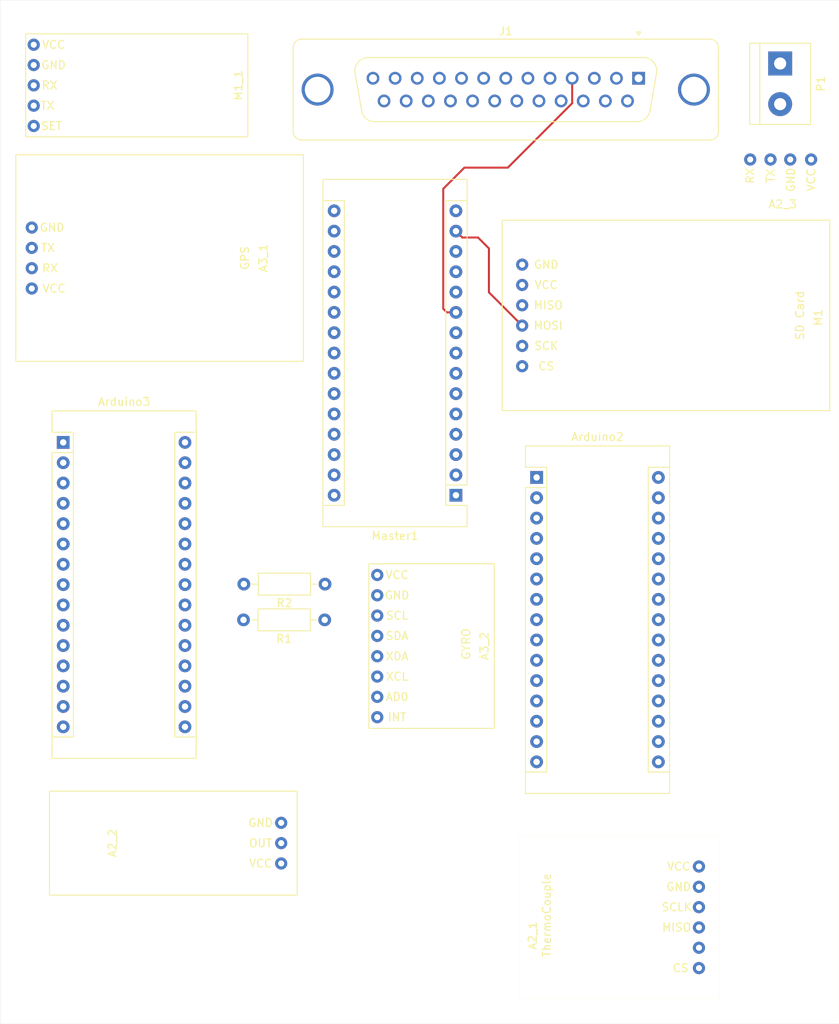
<source format=kicad_pcb>
(kicad_pcb (version 20171130) (host pcbnew "(5.1.0)-1")

  (general
    (thickness 1.6)
    (drawings 4)
    (tracks 13)
    (zones 0)
    (modules 14)
    (nets 104)
  )

  (page A4)
  (layers
    (0 F.Cu signal)
    (31 B.Cu signal)
    (33 F.Adhes user)
    (35 F.Paste user)
    (37 F.SilkS user)
    (39 F.Mask user hide)
    (40 Dwgs.User user)
    (41 Cmts.User user)
    (42 Eco1.User user)
    (43 Eco2.User user)
    (44 Edge.Cuts user)
    (45 Margin user)
    (46 B.CrtYd user)
    (47 F.CrtYd user)
    (49 F.Fab user)
  )

  (setup
    (last_trace_width 0.25)
    (user_trace_width 0.762)
    (trace_clearance 0.2)
    (zone_clearance 0.508)
    (zone_45_only no)
    (trace_min 0.2)
    (via_size 0.8)
    (via_drill 0.4)
    (via_min_size 0.4)
    (via_min_drill 0.3)
    (uvia_size 0.3)
    (uvia_drill 0.1)
    (uvias_allowed no)
    (uvia_min_size 0.3)
    (uvia_min_drill 0.1)
    (edge_width 0.05)
    (segment_width 0.2)
    (pcb_text_width 0.3)
    (pcb_text_size 1.5 1.5)
    (mod_edge_width 0.12)
    (mod_text_size 1 1)
    (mod_text_width 0.15)
    (pad_size 4 4)
    (pad_drill 3.2)
    (pad_to_mask_clearance 0.051)
    (solder_mask_min_width 0.25)
    (aux_axis_origin 0 0)
    (visible_elements 7FFDFFFF)
    (pcbplotparams
      (layerselection 0x010a8_ffffffff)
      (usegerberextensions false)
      (usegerberattributes false)
      (usegerberadvancedattributes false)
      (creategerberjobfile false)
      (excludeedgelayer true)
      (linewidth 0.100000)
      (plotframeref false)
      (viasonmask false)
      (mode 1)
      (useauxorigin false)
      (hpglpennumber 1)
      (hpglpenspeed 20)
      (hpglpendiameter 15.000000)
      (psnegative false)
      (psa4output false)
      (plotreference true)
      (plotvalue true)
      (plotinvisibletext false)
      (padsonsilk false)
      (subtractmaskfromsilk false)
      (outputformat 1)
      (mirror false)
      (drillshape 0)
      (scaleselection 1)
      (outputdirectory "To Print/PCB1/"))
  )

  (net 0 "")
  (net 1 /3.3V)
  (net 2 /SCLK)
  (net 3 /MISO)
  (net 4 "Net-(A2_1-Pad5)")
  (net 5 /CS)
  (net 6 /OUT)
  (net 7 /RX)
  (net 8 /TX)
  (net 9 /SDA)
  (net 10 /SCL)
  (net 11 "Net-(A3_2-Pad5)")
  (net 12 "Net-(A3_2-Pad6)")
  (net 13 "Net-(Arduino2-Pad1)")
  (net 14 "Net-(Arduino2-Pad17)")
  (net 15 "Net-(Arduino2-Pad2)")
  (net 16 "Net-(Arduino2-Pad18)")
  (net 17 "Net-(Arduino2-Pad3)")
  (net 18 "Net-(Arduino2-Pad19)")
  (net 19 "Net-(Arduino2-Pad5)")
  (net 20 "Net-(Arduino2-Pad21)")
  (net 21 "Net-(Arduino2-Pad6)")
  (net 22 "Net-(Arduino2-Pad22)")
  (net 23 "Net-(Arduino2-Pad9)")
  (net 24 "Net-(Arduino2-Pad25)")
  (net 25 "Net-(Arduino2-Pad10)")
  (net 26 "Net-(Arduino2-Pad26)")
  (net 27 "Net-(Arduino2-Pad11)")
  (net 28 "Net-(Arduino2-Pad27)")
  (net 29 "Net-(Arduino2-Pad12)")
  (net 30 "Net-(Arduino2-Pad28)")
  (net 31 "Net-(Arduino2-Pad29)")
  (net 32 "Net-(Arduino2-Pad14)")
  (net 33 "Net-(Arduino2-Pad15)")
  (net 34 "Net-(Arduino2-Pad16)")
  (net 35 "Net-(Arduino3-Pad1)")
  (net 36 "Net-(Arduino3-Pad17)")
  (net 37 "Net-(Arduino3-Pad2)")
  (net 38 "Net-(Arduino3-Pad18)")
  (net 39 "Net-(Arduino3-Pad3)")
  (net 40 "Net-(Arduino3-Pad19)")
  (net 41 "Net-(Arduino3-Pad20)")
  (net 42 "Net-(Arduino3-Pad5)")
  (net 43 "Net-(Arduino3-Pad21)")
  (net 44 "Net-(Arduino3-Pad22)")
  (net 45 "Net-(Arduino3-Pad8)")
  (net 46 "Net-(Arduino3-Pad9)")
  (net 47 "Net-(Arduino3-Pad25)")
  (net 48 "Net-(Arduino3-Pad10)")
  (net 49 "Net-(Arduino3-Pad26)")
  (net 50 "Net-(Arduino3-Pad11)")
  (net 51 "Net-(Arduino3-Pad27)")
  (net 52 "Net-(Arduino3-Pad12)")
  (net 53 "Net-(Arduino3-Pad28)")
  (net 54 "Net-(Arduino3-Pad13)")
  (net 55 "Net-(Arduino3-Pad29)")
  (net 56 "Net-(Arduino3-Pad14)")
  (net 57 "Net-(Arduino3-Pad15)")
  (net 58 "Net-(Arduino3-Pad16)")
  (net 59 "Net-(J1-Pad1)")
  (net 60 "Net-(J1-Pad2)")
  (net 61 "Net-(J1-Pad3)")
  (net 62 "Net-(J1-Pad4)")
  (net 63 "Net-(J1-Pad5)")
  (net 64 "Net-(J1-Pad6)")
  (net 65 "Net-(J1-Pad7)")
  (net 66 "Net-(J1-Pad8)")
  (net 67 "Net-(J1-Pad9)")
  (net 68 "Net-(J1-Pad10)")
  (net 69 "Net-(J1-Pad11)")
  (net 70 "Net-(J1-Pad14)")
  (net 71 "Net-(J1-Pad15)")
  (net 72 "Net-(J1-Pad16)")
  (net 73 "Net-(J1-Pad17)")
  (net 74 "Net-(J1-Pad18)")
  (net 75 "Net-(J1-Pad19)")
  (net 76 "Net-(J1-Pad20)")
  (net 77 "Net-(J1-Pad21)")
  (net 78 "Net-(J1-Pad22)")
  (net 79 "Net-(J1-Pad23)")
  (net 80 "Net-(J1-Pad24)")
  (net 81 /MOSI)
  (net 82 /SCK)
  (net 83 "Net-(M1_1-Pad5)")
  (net 84 "Net-(Master1-Pad29)")
  (net 85 "Net-(Master1-Pad28)")
  (net 86 "Net-(Master1-Pad12)")
  (net 87 "Net-(Master1-Pad27)")
  (net 88 "Net-(Master1-Pad26)")
  (net 89 "Net-(Master1-Pad25)")
  (net 90 "Net-(Master1-Pad24)")
  (net 91 "Net-(Master1-Pad23)")
  (net 92 "Net-(Master1-Pad3)")
  (net 93 "Net-(Master1-Pad18)")
  (net 94 "Net-(Master1-Pad17)")
  (net 95 /CS_)
  (net 96 /MISO_)
  (net 97 /TX_3)
  (net 98 /RX_3)
  (net 99 /GND)
  (net 100 "Net-(M1_1-Pad3)")
  (net 101 "Net-(M1_1-Pad4)")
  (net 102 "Net-(Master1-Pad22)")
  (net 103 "Net-(Master1-Pad21)")

  (net_class Default "This is the default net class."
    (clearance 0.2)
    (trace_width 0.25)
    (via_dia 0.8)
    (via_drill 0.4)
    (uvia_dia 0.3)
    (uvia_drill 0.1)
    (add_net /3.3V)
    (add_net /CS)
    (add_net /CS_)
    (add_net /GND)
    (add_net /MISO)
    (add_net /MISO_)
    (add_net /MOSI)
    (add_net /OUT)
    (add_net /RX)
    (add_net /RX_3)
    (add_net /SCK)
    (add_net /SCL)
    (add_net /SCLK)
    (add_net /SDA)
    (add_net /TX)
    (add_net /TX_3)
    (add_net "Net-(A2_1-Pad5)")
    (add_net "Net-(A3_2-Pad5)")
    (add_net "Net-(A3_2-Pad6)")
    (add_net "Net-(Arduino2-Pad1)")
    (add_net "Net-(Arduino2-Pad10)")
    (add_net "Net-(Arduino2-Pad11)")
    (add_net "Net-(Arduino2-Pad12)")
    (add_net "Net-(Arduino2-Pad14)")
    (add_net "Net-(Arduino2-Pad15)")
    (add_net "Net-(Arduino2-Pad16)")
    (add_net "Net-(Arduino2-Pad17)")
    (add_net "Net-(Arduino2-Pad18)")
    (add_net "Net-(Arduino2-Pad19)")
    (add_net "Net-(Arduino2-Pad2)")
    (add_net "Net-(Arduino2-Pad21)")
    (add_net "Net-(Arduino2-Pad22)")
    (add_net "Net-(Arduino2-Pad25)")
    (add_net "Net-(Arduino2-Pad26)")
    (add_net "Net-(Arduino2-Pad27)")
    (add_net "Net-(Arduino2-Pad28)")
    (add_net "Net-(Arduino2-Pad29)")
    (add_net "Net-(Arduino2-Pad3)")
    (add_net "Net-(Arduino2-Pad5)")
    (add_net "Net-(Arduino2-Pad6)")
    (add_net "Net-(Arduino2-Pad9)")
    (add_net "Net-(Arduino3-Pad1)")
    (add_net "Net-(Arduino3-Pad10)")
    (add_net "Net-(Arduino3-Pad11)")
    (add_net "Net-(Arduino3-Pad12)")
    (add_net "Net-(Arduino3-Pad13)")
    (add_net "Net-(Arduino3-Pad14)")
    (add_net "Net-(Arduino3-Pad15)")
    (add_net "Net-(Arduino3-Pad16)")
    (add_net "Net-(Arduino3-Pad17)")
    (add_net "Net-(Arduino3-Pad18)")
    (add_net "Net-(Arduino3-Pad19)")
    (add_net "Net-(Arduino3-Pad2)")
    (add_net "Net-(Arduino3-Pad20)")
    (add_net "Net-(Arduino3-Pad21)")
    (add_net "Net-(Arduino3-Pad22)")
    (add_net "Net-(Arduino3-Pad25)")
    (add_net "Net-(Arduino3-Pad26)")
    (add_net "Net-(Arduino3-Pad27)")
    (add_net "Net-(Arduino3-Pad28)")
    (add_net "Net-(Arduino3-Pad29)")
    (add_net "Net-(Arduino3-Pad3)")
    (add_net "Net-(Arduino3-Pad5)")
    (add_net "Net-(Arduino3-Pad8)")
    (add_net "Net-(Arduino3-Pad9)")
    (add_net "Net-(J1-Pad1)")
    (add_net "Net-(J1-Pad10)")
    (add_net "Net-(J1-Pad11)")
    (add_net "Net-(J1-Pad14)")
    (add_net "Net-(J1-Pad15)")
    (add_net "Net-(J1-Pad16)")
    (add_net "Net-(J1-Pad17)")
    (add_net "Net-(J1-Pad18)")
    (add_net "Net-(J1-Pad19)")
    (add_net "Net-(J1-Pad2)")
    (add_net "Net-(J1-Pad20)")
    (add_net "Net-(J1-Pad21)")
    (add_net "Net-(J1-Pad22)")
    (add_net "Net-(J1-Pad23)")
    (add_net "Net-(J1-Pad24)")
    (add_net "Net-(J1-Pad3)")
    (add_net "Net-(J1-Pad4)")
    (add_net "Net-(J1-Pad5)")
    (add_net "Net-(J1-Pad6)")
    (add_net "Net-(J1-Pad7)")
    (add_net "Net-(J1-Pad8)")
    (add_net "Net-(J1-Pad9)")
    (add_net "Net-(M1_1-Pad3)")
    (add_net "Net-(M1_1-Pad4)")
    (add_net "Net-(M1_1-Pad5)")
    (add_net "Net-(Master1-Pad12)")
    (add_net "Net-(Master1-Pad17)")
    (add_net "Net-(Master1-Pad18)")
    (add_net "Net-(Master1-Pad21)")
    (add_net "Net-(Master1-Pad22)")
    (add_net "Net-(Master1-Pad23)")
    (add_net "Net-(Master1-Pad24)")
    (add_net "Net-(Master1-Pad25)")
    (add_net "Net-(Master1-Pad26)")
    (add_net "Net-(Master1-Pad27)")
    (add_net "Net-(Master1-Pad28)")
    (add_net "Net-(Master1-Pad29)")
    (add_net "Net-(Master1-Pad3)")
  )

  (module Eco-PCB-Sensor-Footprints:PMOD_TC1_Thermocouple (layer F.Cu) (tedit 5CD007BB) (tstamp 5CF03ABE)
    (at 150.495 137.795 90)
    (path /5CAA7969)
    (fp_text reference A2_1 (at 0.254 -17.018 90) (layer F.SilkS)
      (effects (font (size 1 1) (thickness 0.15)))
    )
    (fp_text value ThermoCouple (at 2.794 -15.24 90) (layer F.SilkS)
      (effects (font (size 1 1) (thickness 0.15)))
    )
    (fp_line (start 12.7 6.35) (end 12.7 -18.6436) (layer F.SilkS) (width 0.01))
    (fp_line (start -7.62 6.35) (end -7.62 -18.6436) (layer F.SilkS) (width 0.01))
    (fp_line (start -7.62 6.35) (end 12.7 6.35) (layer F.SilkS) (width 0.01))
    (fp_line (start -7.62 -18.6436) (end 12.7 -18.6436) (layer F.SilkS) (width 0.01))
    (fp_text user VCC (at 8.89 1.27 180) (layer F.SilkS)
      (effects (font (size 1 1) (thickness 0.15)))
    )
    (fp_text user GND (at 6.35 1.27 180) (layer F.SilkS)
      (effects (font (size 1 1) (thickness 0.15)))
    )
    (fp_text user SCLK (at 3.81 1.016 180) (layer F.SilkS)
      (effects (font (size 1 1) (thickness 0.15)))
    )
    (fp_text user MISO (at 1.27 1.016 180) (layer F.SilkS)
      (effects (font (size 1 1) (thickness 0.15)))
    )
    (fp_text user CS (at -3.81 1.524 180) (layer F.SilkS)
      (effects (font (size 1 1) (thickness 0.15)))
    )
    (pad 1 thru_hole circle (at -3.81 3.81 90) (size 1.524 1.524) (drill 0.762) (layers *.Cu *.Mask)
      (net 1 /3.3V))
    (pad 2 thru_hole circle (at -1.27 3.81 90) (size 1.524 1.524) (drill 0.762) (layers *.Cu *.Mask)
      (net 99 /GND))
    (pad 3 thru_hole circle (at 1.27 3.81 90) (size 1.524 1.524) (drill 0.762) (layers *.Cu *.Mask)
      (net 2 /SCLK))
    (pad 4 thru_hole circle (at 3.81 3.81 90) (size 1.524 1.524) (drill 0.762) (layers *.Cu *.Mask)
      (net 3 /MISO))
    (pad 5 thru_hole circle (at 6.35 3.81 90) (size 1.524 1.524) (drill 0.762) (layers *.Cu *.Mask)
      (net 4 "Net-(A2_1-Pad5)"))
    (pad 6 thru_hole circle (at 8.89 3.81 90) (size 1.524 1.524) (drill 0.762) (layers *.Cu *.Mask)
      (net 5 /CS))
  )

  (module Eco-PCB-Sensor-Footprints:Current-Sensor (layer F.Cu) (tedit 5CD19194) (tstamp 5CF03ACC)
    (at 88.519 125.984 90)
    (path /5CA8F0C8)
    (fp_text reference A2_2 (at 0 -7.62 90) (layer F.SilkS)
      (effects (font (size 1 1) (thickness 0.15)))
    )
    (fp_text value "Current Sensor" (at 0 -5.588 90) (layer F.Fab)
      (effects (font (size 1 1) (thickness 0.15)))
    )
    (fp_line (start 6.5 15.5) (end -6.5 15.5) (layer F.SilkS) (width 0.12))
    (fp_line (start 6.5 -15.5) (end -6.5 -15.5) (layer F.SilkS) (width 0.12))
    (fp_line (start -6.5 15.5) (end -6.5 -15.5) (layer F.SilkS) (width 0.12))
    (fp_line (start 6.5 15.5) (end 6.5 -15.5) (layer F.SilkS) (width 0.12))
    (fp_text user VCC (at -2.54 10.922 180) (layer F.SilkS)
      (effects (font (size 1 1) (thickness 0.15)))
    )
    (fp_text user OUT (at 0 10.922 180) (layer F.SilkS)
      (effects (font (size 1 1) (thickness 0.15)))
    )
    (fp_text user GND (at 2.54 10.922 180) (layer F.SilkS)
      (effects (font (size 1 1) (thickness 0.15)))
    )
    (pad 2 thru_hole circle (at 0 13.5 90) (size 1.524 1.524) (drill 0.762) (layers *.Cu *.Mask)
      (net 6 /OUT))
    (pad 1 thru_hole circle (at -2.54 13.5 90) (size 1.524 1.524) (drill 0.762) (layers *.Cu *.Mask)
      (net 1 /3.3V))
    (pad 3 thru_hole circle (at 2.54 13.5 90) (size 1.524 1.524) (drill 0.762) (layers *.Cu *.Mask)
      (net 99 /GND))
  )

  (module Eco-PCB-Sensor-Footprints:BMS_Serial_Pins (layer F.Cu) (tedit 5CD45978) (tstamp 5CF03AD8)
    (at 164.5285 40.513 180)
    (path /5CE68E32)
    (fp_text reference A2_3 (at -0.254 -5.588 180) (layer F.SilkS)
      (effects (font (size 1 1) (thickness 0.15)))
    )
    (fp_text value "BMS Serial Pins" (at 0 2.032 180) (layer F.Fab)
      (effects (font (size 1 1) (thickness 0.15)))
    )
    (fp_text user VCC (at -3.81 -2.54 270) (layer F.SilkS)
      (effects (font (size 1 1) (thickness 0.15)))
    )
    (fp_text user GND (at -1.27 -2.54 270) (layer F.SilkS)
      (effects (font (size 1 1) (thickness 0.15)))
    )
    (fp_text user TX (at 1.27 -2.032 270) (layer F.SilkS)
      (effects (font (size 1 1) (thickness 0.15)))
    )
    (fp_text user RX (at 3.81 -2.032 270) (layer F.SilkS)
      (effects (font (size 1 1) (thickness 0.15)))
    )
    (pad 1 thru_hole circle (at -3.81 0 180) (size 1.524 1.524) (drill 0.762) (layers *.Cu *.Mask)
      (net 1 /3.3V))
    (pad 2 thru_hole circle (at -1.2 0 180) (size 1.524 1.524) (drill 0.762) (layers *.Cu *.Mask)
      (net 99 /GND))
    (pad 3 thru_hole circle (at 1.27 0 180) (size 1.524 1.524) (drill 0.762) (layers *.Cu *.Mask)
      (net 8 /TX))
    (pad 4 thru_hole circle (at 3.81 0 180) (size 1.524 1.524) (drill 0.762) (layers *.Cu *.Mask)
      (net 7 /RX))
  )

  (module Eco-PCB-Sensor-Footprints:GPS (layer F.Cu) (tedit 5CD18D1C) (tstamp 5CF03AE8)
    (at 86.8045 52.832 270)
    (path /5CB6516B)
    (fp_text reference A3_1 (at 0 -12.954 270) (layer F.SilkS)
      (effects (font (size 1 1) (thickness 0.15)))
    )
    (fp_text value GPS (at 0 -10.668 270) (layer F.SilkS)
      (effects (font (size 1 1) (thickness 0.15)))
    )
    (fp_line (start -12.91 18) (end 12.91 18) (layer F.SilkS) (width 0.12))
    (fp_line (start -12.91 -18) (end 12.91 -18) (layer F.SilkS) (width 0.12))
    (fp_line (start -12.91 -18) (end -12.91 18) (layer F.SilkS) (width 0.12))
    (fp_line (start 12.91 18) (end 12.91 -18) (layer F.SilkS) (width 0.12))
    (fp_text user VCC (at 3.81 13.208) (layer F.SilkS)
      (effects (font (size 1 1) (thickness 0.15)))
    )
    (fp_text user RX (at 1.27 13.716) (layer F.SilkS)
      (effects (font (size 1 1) (thickness 0.15)))
    )
    (fp_text user TX (at -1.27 13.97) (layer F.SilkS)
      (effects (font (size 1 1) (thickness 0.15)))
    )
    (fp_text user GND (at -3.81 13.462) (layer F.SilkS)
      (effects (font (size 1 1) (thickness 0.15)))
    )
    (pad 1 thru_hole circle (at -3.81 16 270) (size 1.524 1.524) (drill 0.762) (layers *.Cu *.Mask)
      (net 99 /GND))
    (pad 2 thru_hole circle (at -1.27 16 270) (size 1.524 1.524) (drill 0.762) (layers *.Cu *.Mask)
      (net 97 /TX_3))
    (pad 3 thru_hole circle (at 1.27 16 270) (size 1.524 1.524) (drill 0.762) (layers *.Cu *.Mask)
      (net 98 /RX_3))
    (pad 4 thru_hole circle (at 3.81 16 270) (size 1.524 1.524) (drill 0.762) (layers *.Cu *.Mask)
      (net 1 /3.3V))
  )

  (module Eco-PCB-Sensor-Footprints:Gyro-MPU-6050 (layer F.Cu) (tedit 5CD160B8) (tstamp 5CF03B00)
    (at 120.8405 101.346 270)
    (path /5CB6E4A8)
    (fp_text reference A3_2 (at 0 -6.604 270) (layer F.SilkS)
      (effects (font (size 1 1) (thickness 0.15)))
    )
    (fp_text value GYRO (at -0.254 -4.318 270) (layer F.SilkS)
      (effects (font (size 1 1) (thickness 0.15)))
    )
    (fp_line (start 10.29 7.85) (end 10.29 -7.85) (layer F.SilkS) (width 0.12))
    (fp_line (start -10.29 7.85) (end -10.29 -7.85) (layer F.SilkS) (width 0.12))
    (fp_line (start -10.29 -7.85) (end 10.29 -7.85) (layer F.SilkS) (width 0.12))
    (fp_line (start -10.29 7.85) (end 10.29 7.85) (layer F.SilkS) (width 0.12))
    (fp_text user INT (at 8.89 4.318) (layer F.SilkS)
      (effects (font (size 1 1) (thickness 0.15)))
    )
    (fp_text user AD0 (at 6.35 4.318) (layer F.SilkS)
      (effects (font (size 1 1) (thickness 0.15)))
    )
    (fp_text user XCL (at 3.81 4.318) (layer F.SilkS)
      (effects (font (size 1 1) (thickness 0.15)))
    )
    (fp_text user XDA (at 1.27 4.318) (layer F.SilkS)
      (effects (font (size 1 1) (thickness 0.15)))
    )
    (fp_text user SDA (at -1.27 4.318) (layer F.SilkS)
      (effects (font (size 1 1) (thickness 0.15)))
    )
    (fp_text user SCL (at -3.81 4.318) (layer F.SilkS)
      (effects (font (size 1 1) (thickness 0.15)))
    )
    (fp_text user GND (at -6.35 4.318) (layer F.SilkS)
      (effects (font (size 1 1) (thickness 0.15)))
    )
    (fp_text user VCC (at -8.89 4.318) (layer F.SilkS)
      (effects (font (size 1 1) (thickness 0.15)))
    )
    (pad 1 thru_hole circle (at -8.89 6.8 270) (size 1.524 1.524) (drill 0.762) (layers *.Cu *.Mask)
      (net 1 /3.3V))
    (pad 2 thru_hole circle (at -6.35 6.8 270) (size 1.524 1.524) (drill 0.762) (layers *.Cu *.Mask)
      (net 99 /GND))
    (pad 3 thru_hole circle (at -3.81 6.8 270) (size 1.524 1.524) (drill 0.762) (layers *.Cu *.Mask)
      (net 9 /SDA))
    (pad 4 thru_hole circle (at -1.27 6.8 270) (size 1.524 1.524) (drill 0.762) (layers *.Cu *.Mask)
      (net 10 /SCL))
    (pad 5 thru_hole circle (at 1.27 6.8 270) (size 1.524 1.524) (drill 0.762) (layers *.Cu *.Mask)
      (net 11 "Net-(A3_2-Pad5)"))
    (pad 6 thru_hole circle (at 3.81 6.8 270) (size 1.524 1.524) (drill 0.762) (layers *.Cu *.Mask)
      (net 12 "Net-(A3_2-Pad6)"))
    (pad 7 thru_hole circle (at 6.35 6.8 270) (size 1.524 1.524) (drill 0.762) (layers *.Cu *.Mask))
    (pad 8 thru_hole circle (at 8.89 6.8 270) (size 1.524 1.524) (drill 0.762) (layers *.Cu *.Mask))
  )

  (module Module:Arduino_Nano_WithMountingHoles (layer F.Cu) (tedit 58ACAF99) (tstamp 5CF03B41)
    (at 133.985 80.264)
    (descr "Arduino Nano, http://www.mouser.com/pdfdocs/Gravitech_Arduino_Nano3_0.pdf")
    (tags "Arduino Nano")
    (path /5CA88116)
    (fp_text reference Arduino2 (at 7.62 -5.08) (layer F.SilkS)
      (effects (font (size 1 1) (thickness 0.15)))
    )
    (fp_text value Arduino_Nano (at 8.89 15.24 90) (layer F.Fab)
      (effects (font (size 1 1) (thickness 0.15)))
    )
    (fp_text user %R (at 6.35 16.51 90) (layer F.Fab)
      (effects (font (size 1 1) (thickness 0.15)))
    )
    (fp_line (start 1.27 1.27) (end 1.27 -1.27) (layer F.SilkS) (width 0.12))
    (fp_line (start 1.27 -1.27) (end -1.4 -1.27) (layer F.SilkS) (width 0.12))
    (fp_line (start -1.4 1.27) (end -1.4 39.5) (layer F.SilkS) (width 0.12))
    (fp_line (start -1.4 -3.94) (end -1.4 -1.27) (layer F.SilkS) (width 0.12))
    (fp_line (start 13.97 -1.27) (end 16.64 -1.27) (layer F.SilkS) (width 0.12))
    (fp_line (start 13.97 -1.27) (end 13.97 36.83) (layer F.SilkS) (width 0.12))
    (fp_line (start 13.97 36.83) (end 16.64 36.83) (layer F.SilkS) (width 0.12))
    (fp_line (start 1.27 1.27) (end -1.4 1.27) (layer F.SilkS) (width 0.12))
    (fp_line (start 1.27 1.27) (end 1.27 36.83) (layer F.SilkS) (width 0.12))
    (fp_line (start 1.27 36.83) (end -1.4 36.83) (layer F.SilkS) (width 0.12))
    (fp_line (start 3.81 31.75) (end 11.43 31.75) (layer F.Fab) (width 0.1))
    (fp_line (start 11.43 31.75) (end 11.43 41.91) (layer F.Fab) (width 0.1))
    (fp_line (start 11.43 41.91) (end 3.81 41.91) (layer F.Fab) (width 0.1))
    (fp_line (start 3.81 41.91) (end 3.81 31.75) (layer F.Fab) (width 0.1))
    (fp_line (start -1.4 39.5) (end 16.64 39.5) (layer F.SilkS) (width 0.12))
    (fp_line (start 16.64 39.5) (end 16.64 -3.94) (layer F.SilkS) (width 0.12))
    (fp_line (start 16.64 -3.94) (end -1.4 -3.94) (layer F.SilkS) (width 0.12))
    (fp_line (start 16.51 39.37) (end -1.27 39.37) (layer F.Fab) (width 0.1))
    (fp_line (start -1.27 39.37) (end -1.27 -2.54) (layer F.Fab) (width 0.1))
    (fp_line (start -1.27 -2.54) (end 0 -3.81) (layer F.Fab) (width 0.1))
    (fp_line (start 0 -3.81) (end 16.51 -3.81) (layer F.Fab) (width 0.1))
    (fp_line (start 16.51 -3.81) (end 16.51 39.37) (layer F.Fab) (width 0.1))
    (fp_line (start -1.53 -4.06) (end 16.75 -4.06) (layer F.CrtYd) (width 0.05))
    (fp_line (start -1.53 -4.06) (end -1.53 42.16) (layer F.CrtYd) (width 0.05))
    (fp_line (start 16.75 42.16) (end 16.75 -4.06) (layer F.CrtYd) (width 0.05))
    (fp_line (start 16.75 42.16) (end -1.53 42.16) (layer F.CrtYd) (width 0.05))
    (pad 1 thru_hole rect (at 0 0) (size 1.6 1.6) (drill 0.8) (layers *.Cu *.Mask)
      (net 13 "Net-(Arduino2-Pad1)"))
    (pad 17 thru_hole oval (at 15.24 33.02) (size 1.6 1.6) (drill 0.8) (layers *.Cu *.Mask)
      (net 14 "Net-(Arduino2-Pad17)"))
    (pad 2 thru_hole oval (at 0 2.54) (size 1.6 1.6) (drill 0.8) (layers *.Cu *.Mask)
      (net 15 "Net-(Arduino2-Pad2)"))
    (pad 18 thru_hole oval (at 15.24 30.48) (size 1.6 1.6) (drill 0.8) (layers *.Cu *.Mask)
      (net 16 "Net-(Arduino2-Pad18)"))
    (pad 3 thru_hole oval (at 0 5.08) (size 1.6 1.6) (drill 0.8) (layers *.Cu *.Mask)
      (net 17 "Net-(Arduino2-Pad3)"))
    (pad 19 thru_hole oval (at 15.24 27.94) (size 1.6 1.6) (drill 0.8) (layers *.Cu *.Mask)
      (net 18 "Net-(Arduino2-Pad19)"))
    (pad 4 thru_hole oval (at 0 7.62) (size 1.6 1.6) (drill 0.8) (layers *.Cu *.Mask)
      (net 99 /GND))
    (pad 20 thru_hole oval (at 15.24 25.4) (size 1.6 1.6) (drill 0.8) (layers *.Cu *.Mask)
      (net 6 /OUT))
    (pad 5 thru_hole oval (at 0 10.16) (size 1.6 1.6) (drill 0.8) (layers *.Cu *.Mask)
      (net 19 "Net-(Arduino2-Pad5)"))
    (pad 21 thru_hole oval (at 15.24 22.86) (size 1.6 1.6) (drill 0.8) (layers *.Cu *.Mask)
      (net 20 "Net-(Arduino2-Pad21)"))
    (pad 6 thru_hole oval (at 0 12.7) (size 1.6 1.6) (drill 0.8) (layers *.Cu *.Mask)
      (net 21 "Net-(Arduino2-Pad6)"))
    (pad 22 thru_hole oval (at 15.24 20.32) (size 1.6 1.6) (drill 0.8) (layers *.Cu *.Mask)
      (net 22 "Net-(Arduino2-Pad22)"))
    (pad 7 thru_hole oval (at 0 15.24) (size 1.6 1.6) (drill 0.8) (layers *.Cu *.Mask)
      (net 8 /TX))
    (pad 23 thru_hole oval (at 15.24 17.78) (size 1.6 1.6) (drill 0.8) (layers *.Cu *.Mask)
      (net 5 /CS))
    (pad 8 thru_hole oval (at 0 17.78) (size 1.6 1.6) (drill 0.8) (layers *.Cu *.Mask)
      (net 7 /RX))
    (pad 24 thru_hole oval (at 15.24 15.24) (size 1.6 1.6) (drill 0.8) (layers *.Cu *.Mask)
      (net 3 /MISO))
    (pad 9 thru_hole oval (at 0 20.32) (size 1.6 1.6) (drill 0.8) (layers *.Cu *.Mask)
      (net 23 "Net-(Arduino2-Pad9)"))
    (pad 25 thru_hole oval (at 15.24 12.7) (size 1.6 1.6) (drill 0.8) (layers *.Cu *.Mask)
      (net 24 "Net-(Arduino2-Pad25)"))
    (pad 10 thru_hole oval (at 0 22.86) (size 1.6 1.6) (drill 0.8) (layers *.Cu *.Mask)
      (net 25 "Net-(Arduino2-Pad10)"))
    (pad 26 thru_hole oval (at 15.24 10.16) (size 1.6 1.6) (drill 0.8) (layers *.Cu *.Mask)
      (net 26 "Net-(Arduino2-Pad26)"))
    (pad 11 thru_hole oval (at 0 25.4) (size 1.6 1.6) (drill 0.8) (layers *.Cu *.Mask)
      (net 27 "Net-(Arduino2-Pad11)"))
    (pad 27 thru_hole oval (at 15.24 7.62) (size 1.6 1.6) (drill 0.8) (layers *.Cu *.Mask)
      (net 28 "Net-(Arduino2-Pad27)"))
    (pad 12 thru_hole oval (at 0 27.94) (size 1.6 1.6) (drill 0.8) (layers *.Cu *.Mask)
      (net 29 "Net-(Arduino2-Pad12)"))
    (pad 28 thru_hole oval (at 15.24 5.08) (size 1.6 1.6) (drill 0.8) (layers *.Cu *.Mask)
      (net 30 "Net-(Arduino2-Pad28)"))
    (pad 13 thru_hole oval (at 0 30.48) (size 1.6 1.6) (drill 0.8) (layers *.Cu *.Mask)
      (net 2 /SCLK))
    (pad 29 thru_hole oval (at 15.24 2.54) (size 1.6 1.6) (drill 0.8) (layers *.Cu *.Mask)
      (net 31 "Net-(Arduino2-Pad29)"))
    (pad 14 thru_hole oval (at 0 33.02) (size 1.6 1.6) (drill 0.8) (layers *.Cu *.Mask)
      (net 32 "Net-(Arduino2-Pad14)"))
    (pad 30 thru_hole oval (at 15.24 0) (size 1.6 1.6) (drill 0.8) (layers *.Cu *.Mask)
      (net 1 /3.3V))
    (pad 15 thru_hole oval (at 0 35.56) (size 1.6 1.6) (drill 0.8) (layers *.Cu *.Mask)
      (net 33 "Net-(Arduino2-Pad15)"))
    (pad 16 thru_hole oval (at 15.24 35.56) (size 1.6 1.6) (drill 0.8) (layers *.Cu *.Mask)
      (net 34 "Net-(Arduino2-Pad16)"))
    (pad "" np_thru_hole circle (at 0 -2.54) (size 1.78 1.78) (drill 1.78) (layers *.Cu *.Mask))
    (pad "" np_thru_hole circle (at 15.24 -2.54) (size 1.78 1.78) (drill 1.78) (layers *.Cu *.Mask))
    (pad "" np_thru_hole circle (at 15.24 38.1) (size 1.78 1.78) (drill 1.78) (layers *.Cu *.Mask))
    (pad "" np_thru_hole circle (at 0 38.1) (size 1.78 1.78) (drill 1.78) (layers *.Cu *.Mask))
    (model ${KISYS3DMOD}/Module.3dshapes/Arduino_Nano_WithMountingHoles.wrl
      (at (xyz 0 0 0))
      (scale (xyz 1 1 1))
      (rotate (xyz 0 0 0))
    )
  )

  (module Module:Arduino_Nano_WithMountingHoles (layer F.Cu) (tedit 58ACAF99) (tstamp 5CF03B82)
    (at 74.7395 75.8825)
    (descr "Arduino Nano, http://www.mouser.com/pdfdocs/Gravitech_Arduino_Nano3_0.pdf")
    (tags "Arduino Nano")
    (path /5CA8C623)
    (fp_text reference Arduino3 (at 7.62 -5.08) (layer F.SilkS)
      (effects (font (size 1 1) (thickness 0.15)))
    )
    (fp_text value Arduino_Nano (at 8.89 15.24 90) (layer F.Fab)
      (effects (font (size 1 1) (thickness 0.15)))
    )
    (fp_text user %R (at 6.35 16.51 90) (layer F.Fab)
      (effects (font (size 1 1) (thickness 0.15)))
    )
    (fp_line (start 1.27 1.27) (end 1.27 -1.27) (layer F.SilkS) (width 0.12))
    (fp_line (start 1.27 -1.27) (end -1.4 -1.27) (layer F.SilkS) (width 0.12))
    (fp_line (start -1.4 1.27) (end -1.4 39.5) (layer F.SilkS) (width 0.12))
    (fp_line (start -1.4 -3.94) (end -1.4 -1.27) (layer F.SilkS) (width 0.12))
    (fp_line (start 13.97 -1.27) (end 16.64 -1.27) (layer F.SilkS) (width 0.12))
    (fp_line (start 13.97 -1.27) (end 13.97 36.83) (layer F.SilkS) (width 0.12))
    (fp_line (start 13.97 36.83) (end 16.64 36.83) (layer F.SilkS) (width 0.12))
    (fp_line (start 1.27 1.27) (end -1.4 1.27) (layer F.SilkS) (width 0.12))
    (fp_line (start 1.27 1.27) (end 1.27 36.83) (layer F.SilkS) (width 0.12))
    (fp_line (start 1.27 36.83) (end -1.4 36.83) (layer F.SilkS) (width 0.12))
    (fp_line (start 3.81 31.75) (end 11.43 31.75) (layer F.Fab) (width 0.1))
    (fp_line (start 11.43 31.75) (end 11.43 41.91) (layer F.Fab) (width 0.1))
    (fp_line (start 11.43 41.91) (end 3.81 41.91) (layer F.Fab) (width 0.1))
    (fp_line (start 3.81 41.91) (end 3.81 31.75) (layer F.Fab) (width 0.1))
    (fp_line (start -1.4 39.5) (end 16.64 39.5) (layer F.SilkS) (width 0.12))
    (fp_line (start 16.64 39.5) (end 16.64 -3.94) (layer F.SilkS) (width 0.12))
    (fp_line (start 16.64 -3.94) (end -1.4 -3.94) (layer F.SilkS) (width 0.12))
    (fp_line (start 16.51 39.37) (end -1.27 39.37) (layer F.Fab) (width 0.1))
    (fp_line (start -1.27 39.37) (end -1.27 -2.54) (layer F.Fab) (width 0.1))
    (fp_line (start -1.27 -2.54) (end 0 -3.81) (layer F.Fab) (width 0.1))
    (fp_line (start 0 -3.81) (end 16.51 -3.81) (layer F.Fab) (width 0.1))
    (fp_line (start 16.51 -3.81) (end 16.51 39.37) (layer F.Fab) (width 0.1))
    (fp_line (start -1.53 -4.06) (end 16.75 -4.06) (layer F.CrtYd) (width 0.05))
    (fp_line (start -1.53 -4.06) (end -1.53 42.16) (layer F.CrtYd) (width 0.05))
    (fp_line (start 16.75 42.16) (end 16.75 -4.06) (layer F.CrtYd) (width 0.05))
    (fp_line (start 16.75 42.16) (end -1.53 42.16) (layer F.CrtYd) (width 0.05))
    (pad 1 thru_hole rect (at 0 0) (size 1.6 1.6) (drill 0.8) (layers *.Cu *.Mask)
      (net 35 "Net-(Arduino3-Pad1)"))
    (pad 17 thru_hole oval (at 15.24 33.02) (size 1.6 1.6) (drill 0.8) (layers *.Cu *.Mask)
      (net 36 "Net-(Arduino3-Pad17)"))
    (pad 2 thru_hole oval (at 0 2.54) (size 1.6 1.6) (drill 0.8) (layers *.Cu *.Mask)
      (net 37 "Net-(Arduino3-Pad2)"))
    (pad 18 thru_hole oval (at 15.24 30.48) (size 1.6 1.6) (drill 0.8) (layers *.Cu *.Mask)
      (net 38 "Net-(Arduino3-Pad18)"))
    (pad 3 thru_hole oval (at 0 5.08) (size 1.6 1.6) (drill 0.8) (layers *.Cu *.Mask)
      (net 39 "Net-(Arduino3-Pad3)"))
    (pad 19 thru_hole oval (at 15.24 27.94) (size 1.6 1.6) (drill 0.8) (layers *.Cu *.Mask)
      (net 40 "Net-(Arduino3-Pad19)"))
    (pad 4 thru_hole oval (at 0 7.62) (size 1.6 1.6) (drill 0.8) (layers *.Cu *.Mask)
      (net 99 /GND))
    (pad 20 thru_hole oval (at 15.24 25.4) (size 1.6 1.6) (drill 0.8) (layers *.Cu *.Mask)
      (net 41 "Net-(Arduino3-Pad20)"))
    (pad 5 thru_hole oval (at 0 10.16) (size 1.6 1.6) (drill 0.8) (layers *.Cu *.Mask)
      (net 42 "Net-(Arduino3-Pad5)"))
    (pad 21 thru_hole oval (at 15.24 22.86) (size 1.6 1.6) (drill 0.8) (layers *.Cu *.Mask)
      (net 43 "Net-(Arduino3-Pad21)"))
    (pad 6 thru_hole oval (at 0 12.7) (size 1.6 1.6) (drill 0.8) (layers *.Cu *.Mask)
      (net 98 /RX_3))
    (pad 22 thru_hole oval (at 15.24 20.32) (size 1.6 1.6) (drill 0.8) (layers *.Cu *.Mask)
      (net 44 "Net-(Arduino3-Pad22)"))
    (pad 7 thru_hole oval (at 0 15.24) (size 1.6 1.6) (drill 0.8) (layers *.Cu *.Mask)
      (net 97 /TX_3))
    (pad 23 thru_hole oval (at 15.24 17.78) (size 1.6 1.6) (drill 0.8) (layers *.Cu *.Mask)
      (net 10 /SCL))
    (pad 8 thru_hole oval (at 0 17.78) (size 1.6 1.6) (drill 0.8) (layers *.Cu *.Mask)
      (net 45 "Net-(Arduino3-Pad8)"))
    (pad 24 thru_hole oval (at 15.24 15.24) (size 1.6 1.6) (drill 0.8) (layers *.Cu *.Mask)
      (net 9 /SDA))
    (pad 9 thru_hole oval (at 0 20.32) (size 1.6 1.6) (drill 0.8) (layers *.Cu *.Mask)
      (net 46 "Net-(Arduino3-Pad9)"))
    (pad 25 thru_hole oval (at 15.24 12.7) (size 1.6 1.6) (drill 0.8) (layers *.Cu *.Mask)
      (net 47 "Net-(Arduino3-Pad25)"))
    (pad 10 thru_hole oval (at 0 22.86) (size 1.6 1.6) (drill 0.8) (layers *.Cu *.Mask)
      (net 48 "Net-(Arduino3-Pad10)"))
    (pad 26 thru_hole oval (at 15.24 10.16) (size 1.6 1.6) (drill 0.8) (layers *.Cu *.Mask)
      (net 49 "Net-(Arduino3-Pad26)"))
    (pad 11 thru_hole oval (at 0 25.4) (size 1.6 1.6) (drill 0.8) (layers *.Cu *.Mask)
      (net 50 "Net-(Arduino3-Pad11)"))
    (pad 27 thru_hole oval (at 15.24 7.62) (size 1.6 1.6) (drill 0.8) (layers *.Cu *.Mask)
      (net 51 "Net-(Arduino3-Pad27)"))
    (pad 12 thru_hole oval (at 0 27.94) (size 1.6 1.6) (drill 0.8) (layers *.Cu *.Mask)
      (net 52 "Net-(Arduino3-Pad12)"))
    (pad 28 thru_hole oval (at 15.24 5.08) (size 1.6 1.6) (drill 0.8) (layers *.Cu *.Mask)
      (net 53 "Net-(Arduino3-Pad28)"))
    (pad 13 thru_hole oval (at 0 30.48) (size 1.6 1.6) (drill 0.8) (layers *.Cu *.Mask)
      (net 54 "Net-(Arduino3-Pad13)"))
    (pad 29 thru_hole oval (at 15.24 2.54) (size 1.6 1.6) (drill 0.8) (layers *.Cu *.Mask)
      (net 55 "Net-(Arduino3-Pad29)"))
    (pad 14 thru_hole oval (at 0 33.02) (size 1.6 1.6) (drill 0.8) (layers *.Cu *.Mask)
      (net 56 "Net-(Arduino3-Pad14)"))
    (pad 30 thru_hole oval (at 15.24 0) (size 1.6 1.6) (drill 0.8) (layers *.Cu *.Mask)
      (net 1 /3.3V))
    (pad 15 thru_hole oval (at 0 35.56) (size 1.6 1.6) (drill 0.8) (layers *.Cu *.Mask)
      (net 57 "Net-(Arduino3-Pad15)"))
    (pad 16 thru_hole oval (at 15.24 35.56) (size 1.6 1.6) (drill 0.8) (layers *.Cu *.Mask)
      (net 58 "Net-(Arduino3-Pad16)"))
    (pad "" np_thru_hole circle (at 0 -2.54) (size 1.78 1.78) (drill 1.78) (layers *.Cu *.Mask))
    (pad "" np_thru_hole circle (at 15.24 -2.54) (size 1.78 1.78) (drill 1.78) (layers *.Cu *.Mask))
    (pad "" np_thru_hole circle (at 15.24 38.1) (size 1.78 1.78) (drill 1.78) (layers *.Cu *.Mask))
    (pad "" np_thru_hole circle (at 0 38.1) (size 1.78 1.78) (drill 1.78) (layers *.Cu *.Mask))
    (model ${KISYS3DMOD}/Module.3dshapes/Arduino_Nano_WithMountingHoles.wrl
      (at (xyz 0 0 0))
      (scale (xyz 1 1 1))
      (rotate (xyz 0 0 0))
    )
  )

  (module Connector_Dsub:DSUB-25_Female_Vertical_P2.77x2.84mm_MountingHoles (layer F.Cu) (tedit 5CEFFCCF) (tstamp 5CF03BC9)
    (at 146.7485 30.353)
    (descr "25-pin D-Sub connector, straight/vertical, THT-mount, female, pitch 2.77x2.84mm, distance of mounting holes 47.1mm, see https://disti-assets.s3.amazonaws.com/tonar/files/datasheets/16730.pdf")
    (tags "25-pin D-Sub connector straight vertical THT female pitch 2.77x2.84mm mounting holes distance 47.1mm")
    (path /5CA9A25D)
    (fp_text reference J1 (at -16.62 -5.89) (layer F.SilkS)
      (effects (font (size 1 1) (thickness 0.15)))
    )
    (fp_text value DB25_Female (at -16.62 8.73) (layer F.Fab)
      (effects (font (size 1 1) (thickness 0.15)))
    )
    (fp_arc (start -42.17 -3.83) (end -43.17 -3.83) (angle 90) (layer F.Fab) (width 0.1))
    (fp_arc (start 8.93 -3.83) (end 8.93 -4.83) (angle 90) (layer F.Fab) (width 0.1))
    (fp_arc (start -42.17 6.67) (end -43.17 6.67) (angle -90) (layer F.Fab) (width 0.1))
    (fp_arc (start 8.93 6.67) (end 9.93 6.67) (angle 90) (layer F.Fab) (width 0.1))
    (fp_arc (start -42.17 -3.83) (end -43.23 -3.83) (angle 90) (layer F.SilkS) (width 0.12))
    (fp_arc (start 8.93 -3.83) (end 8.93 -4.89) (angle 90) (layer F.SilkS) (width 0.12))
    (fp_arc (start -42.17 6.67) (end -43.23 6.67) (angle -90) (layer F.SilkS) (width 0.12))
    (fp_arc (start 8.93 6.67) (end 9.99 6.67) (angle 90) (layer F.SilkS) (width 0.12))
    (fp_arc (start -33.863194 -0.93) (end -33.863194 -2.53) (angle -100) (layer F.Fab) (width 0.1))
    (fp_arc (start 0.623194 -0.93) (end 0.623194 -2.53) (angle 100) (layer F.Fab) (width 0.1))
    (fp_arc (start -33.034457 3.77) (end -33.034457 5.37) (angle 80) (layer F.Fab) (width 0.1))
    (fp_arc (start -0.205543 3.77) (end -0.205543 5.37) (angle -80) (layer F.Fab) (width 0.1))
    (fp_arc (start -33.851689 -0.93) (end -33.851689 -2.59) (angle -100) (layer F.SilkS) (width 0.12))
    (fp_arc (start 0.611689 -0.93) (end 0.611689 -2.59) (angle 100) (layer F.SilkS) (width 0.12))
    (fp_arc (start -33.022952 3.77) (end -33.022952 5.43) (angle 80) (layer F.SilkS) (width 0.12))
    (fp_arc (start -0.217048 3.77) (end -0.217048 5.43) (angle -80) (layer F.SilkS) (width 0.12))
    (fp_line (start -42.17 -4.83) (end 8.93 -4.83) (layer F.Fab) (width 0.1))
    (fp_line (start 9.93 -3.83) (end 9.93 6.67) (layer F.Fab) (width 0.1))
    (fp_line (start 8.93 7.67) (end -42.17 7.67) (layer F.Fab) (width 0.1))
    (fp_line (start -43.17 6.67) (end -43.17 -3.83) (layer F.Fab) (width 0.1))
    (fp_line (start -42.17 -4.89) (end 8.93 -4.89) (layer F.SilkS) (width 0.12))
    (fp_line (start 9.99 -3.83) (end 9.99 6.67) (layer F.SilkS) (width 0.12))
    (fp_line (start 8.93 7.73) (end -42.17 7.73) (layer F.SilkS) (width 0.12))
    (fp_line (start -43.23 6.67) (end -43.23 -3.83) (layer F.SilkS) (width 0.12))
    (fp_line (start -0.25 -5.784338) (end 0.25 -5.784338) (layer F.SilkS) (width 0.12))
    (fp_line (start 0.25 -5.784338) (end 0 -5.351325) (layer F.SilkS) (width 0.12))
    (fp_line (start 0 -5.351325) (end -0.25 -5.784338) (layer F.SilkS) (width 0.12))
    (fp_line (start -33.863194 -2.53) (end 0.623194 -2.53) (layer F.Fab) (width 0.1))
    (fp_line (start -33.034457 5.37) (end -0.205543 5.37) (layer F.Fab) (width 0.1))
    (fp_line (start 2.198887 -0.652163) (end 1.37015 4.047837) (layer F.Fab) (width 0.1))
    (fp_line (start -35.438887 -0.652163) (end -34.61015 4.047837) (layer F.Fab) (width 0.1))
    (fp_line (start -33.851689 -2.59) (end 0.611689 -2.59) (layer F.SilkS) (width 0.12))
    (fp_line (start -33.022952 5.43) (end -0.217048 5.43) (layer F.SilkS) (width 0.12))
    (fp_line (start 2.24647 -0.641744) (end 1.417733 4.058256) (layer F.SilkS) (width 0.12))
    (fp_line (start -35.48647 -0.641744) (end -34.657733 4.058256) (layer F.SilkS) (width 0.12))
    (fp_line (start -43.7 -5.35) (end -43.7 8.2) (layer F.CrtYd) (width 0.05))
    (fp_line (start -43.7 8.2) (end 10.45 8.2) (layer F.CrtYd) (width 0.05))
    (fp_line (start 10.45 8.2) (end 10.45 -5.35) (layer F.CrtYd) (width 0.05))
    (fp_line (start 10.45 -5.35) (end -43.7 -5.35) (layer F.CrtYd) (width 0.05))
    (fp_text user %R (at -16.62 1.42) (layer F.Fab)
      (effects (font (size 1 1) (thickness 0.15)))
    )
    (pad 1 thru_hole rect (at 0 0) (size 1.6 1.6) (drill 1) (layers *.Cu *.Mask)
      (net 59 "Net-(J1-Pad1)"))
    (pad 2 thru_hole circle (at -2.77 0) (size 1.6 1.6) (drill 1) (layers *.Cu *.Mask)
      (net 60 "Net-(J1-Pad2)"))
    (pad 3 thru_hole circle (at -5.54 0) (size 1.6 1.6) (drill 1) (layers *.Cu *.Mask)
      (net 61 "Net-(J1-Pad3)"))
    (pad 4 thru_hole circle (at -8.31 0) (size 1.6 1.6) (drill 1) (layers *.Cu *.Mask)
      (net 62 "Net-(J1-Pad4)"))
    (pad 5 thru_hole circle (at -11.08 0) (size 1.6 1.6) (drill 1) (layers *.Cu *.Mask)
      (net 63 "Net-(J1-Pad5)"))
    (pad 6 thru_hole circle (at -13.85 0) (size 1.6 1.6) (drill 1) (layers *.Cu *.Mask)
      (net 64 "Net-(J1-Pad6)"))
    (pad 7 thru_hole circle (at -16.62 0) (size 1.6 1.6) (drill 1) (layers *.Cu *.Mask)
      (net 65 "Net-(J1-Pad7)"))
    (pad 8 thru_hole circle (at -19.39 0) (size 1.6 1.6) (drill 1) (layers *.Cu *.Mask)
      (net 66 "Net-(J1-Pad8)"))
    (pad 9 thru_hole circle (at -22.16 0) (size 1.6 1.6) (drill 1) (layers *.Cu *.Mask)
      (net 67 "Net-(J1-Pad9)"))
    (pad 10 thru_hole circle (at -24.93 0) (size 1.6 1.6) (drill 1) (layers *.Cu *.Mask)
      (net 68 "Net-(J1-Pad10)"))
    (pad 11 thru_hole circle (at -27.7 0) (size 1.6 1.6) (drill 1) (layers *.Cu *.Mask)
      (net 69 "Net-(J1-Pad11)"))
    (pad 12 thru_hole circle (at -30.47 0) (size 1.6 1.6) (drill 1) (layers *.Cu *.Mask)
      (net 99 /GND))
    (pad 13 thru_hole circle (at -33.24 0) (size 1.6 1.6) (drill 1) (layers *.Cu *.Mask)
      (net 1 /3.3V))
    (pad 14 thru_hole circle (at -1.385 2.84) (size 1.6 1.6) (drill 1) (layers *.Cu *.Mask)
      (net 70 "Net-(J1-Pad14)"))
    (pad 15 thru_hole circle (at -4.155 2.84) (size 1.6 1.6) (drill 1) (layers *.Cu *.Mask)
      (net 71 "Net-(J1-Pad15)"))
    (pad 16 thru_hole circle (at -6.925 2.84) (size 1.6 1.6) (drill 1) (layers *.Cu *.Mask)
      (net 72 "Net-(J1-Pad16)"))
    (pad 17 thru_hole circle (at -9.695 2.84) (size 1.6 1.6) (drill 1) (layers *.Cu *.Mask)
      (net 73 "Net-(J1-Pad17)"))
    (pad 18 thru_hole circle (at -12.465 2.84) (size 1.6 1.6) (drill 1) (layers *.Cu *.Mask)
      (net 74 "Net-(J1-Pad18)"))
    (pad 19 thru_hole circle (at -15.235 2.84) (size 1.6 1.6) (drill 1) (layers *.Cu *.Mask)
      (net 75 "Net-(J1-Pad19)"))
    (pad 20 thru_hole circle (at -18.005 2.84) (size 1.6 1.6) (drill 1) (layers *.Cu *.Mask)
      (net 76 "Net-(J1-Pad20)"))
    (pad 21 thru_hole circle (at -20.775 2.84) (size 1.6 1.6) (drill 1) (layers *.Cu *.Mask)
      (net 77 "Net-(J1-Pad21)"))
    (pad 22 thru_hole circle (at -23.545 2.84) (size 1.6 1.6) (drill 1) (layers *.Cu *.Mask)
      (net 78 "Net-(J1-Pad22)"))
    (pad 23 thru_hole circle (at -26.315 2.84) (size 1.6 1.6) (drill 1) (layers *.Cu *.Mask)
      (net 79 "Net-(J1-Pad23)"))
    (pad 24 thru_hole circle (at -29.085 2.84) (size 1.6 1.6) (drill 1) (layers *.Cu *.Mask)
      (net 80 "Net-(J1-Pad24)"))
    (pad 25 thru_hole circle (at -31.855 2.84) (size 1.6 1.6) (drill 1) (layers *.Cu *.Mask)
      (net 1 /3.3V))
    (pad 0 thru_hole circle (at -40.17 1.42) (size 4 4) (drill 3.2) (layers *.Cu *.Mask)
      (net 99 /GND))
    (pad 0 thru_hole circle (at 6.93 1.42) (size 4 4) (drill 3.2) (layers *.Cu *.Mask)
      (net 99 /GND))
    (model ${KISYS3DMOD}/Connector_Dsub.3dshapes/DSUB-25_Female_Vertical_P2.77x2.84mm_MountingHoles.wrl
      (at (xyz 0 0 0))
      (scale (xyz 1 1 1))
      (rotate (xyz 0 0 0))
    )
  )

  (module Eco-PCB-Sensor-Footprints:SD-CARD (layer F.Cu) (tedit 5CD18852) (tstamp 5CF03BDD)
    (at 150.1775 60.0075 270)
    (path /5CAA2655)
    (fp_text reference M1 (at 0.254 -19.05 270) (layer F.SilkS)
      (effects (font (size 1 1) (thickness 0.15)))
    )
    (fp_text value "SD Card" (at 0 -16.764 270) (layer F.SilkS)
      (effects (font (size 1 1) (thickness 0.15)))
    )
    (fp_line (start 11.905 20.5) (end 11.905 -20.5) (layer F.SilkS) (width 0.12))
    (fp_line (start -11.905 20.5) (end -11.905 -20.5) (layer F.SilkS) (width 0.12))
    (fp_line (start 11.905 20.5) (end -11.905 20.5) (layer F.SilkS) (width 0.12))
    (fp_line (start 11.95 -20.5) (end -11.95 -20.5) (layer F.SilkS) (width 0.12))
    (fp_text user GND (at -6.35 14.986) (layer F.SilkS)
      (effects (font (size 1 1) (thickness 0.15)))
    )
    (fp_text user VCC (at -3.81 14.986) (layer F.SilkS)
      (effects (font (size 1 1) (thickness 0.15)))
    )
    (fp_text user MISO (at -1.27 14.732) (layer F.SilkS)
      (effects (font (size 1 1) (thickness 0.15)))
    )
    (fp_text user MOSI (at 1.27 14.732) (layer F.SilkS)
      (effects (font (size 1 1) (thickness 0.15)))
    )
    (fp_text user SCK (at 3.81 14.986) (layer F.SilkS)
      (effects (font (size 1 1) (thickness 0.15)))
    )
    (fp_text user CS (at 6.35 14.986) (layer F.SilkS)
      (effects (font (size 1 1) (thickness 0.15)))
    )
    (pad 1 thru_hole circle (at -6.35 18 270) (size 1.524 1.524) (drill 0.762) (layers *.Cu *.Mask)
      (net 99 /GND))
    (pad 2 thru_hole circle (at -3.81 18 270) (size 1.524 1.524) (drill 0.762) (layers *.Cu *.Mask)
      (net 1 /3.3V))
    (pad 3 thru_hole circle (at -1.27 18 270) (size 1.524 1.524) (drill 0.762) (layers *.Cu *.Mask)
      (net 96 /MISO_))
    (pad 4 thru_hole circle (at 1.27 18) (size 1.524 1.524) (drill 0.762) (layers *.Cu *.Mask)
      (net 81 /MOSI))
    (pad 5 thru_hole circle (at 3.81 18 270) (size 1.524 1.524) (drill 0.762) (layers *.Cu *.Mask)
      (net 82 /SCK))
    (pad 6 thru_hole circle (at 6.35 18 270) (size 1.524 1.524) (drill 0.762) (layers *.Cu *.Mask)
      (net 95 /CS_))
  )

  (module Eco-PCB-Sensor-Footprints:XCSOURCE-Wireless (layer F.Cu) (tedit 5CD4642E) (tstamp 5CF03BEF)
    (at 83.947 31.242 270)
    (path /5CD91A4A)
    (fp_text reference M1_1 (at 0 -12.7 270) (layer F.SilkS)
      (effects (font (size 1 1) (thickness 0.15)))
    )
    (fp_text value "XSOURCE Wireless" (at 0 15.494 270) (layer F.Fab)
      (effects (font (size 1 1) (thickness 0.15)))
    )
    (fp_line (start -6.44 13.9) (end 6.44 13.9) (layer F.SilkS) (width 0.12))
    (fp_line (start -6.44 -13.9) (end 6.44 -13.9) (layer F.SilkS) (width 0.12))
    (fp_line (start -6.44 13.9) (end -6.44 -13.9) (layer F.SilkS) (width 0.12))
    (fp_line (start 6.44 13.9) (end 6.44 -13.9) (layer F.SilkS) (width 0.12))
    (fp_text user VCC (at -5.08 10.414) (layer F.SilkS)
      (effects (font (size 1 1) (thickness 0.15)))
    )
    (fp_text user GND (at -2.54 10.414) (layer F.SilkS)
      (effects (font (size 1 1) (thickness 0.15)))
    )
    (fp_text user RX (at 0 10.922) (layer F.SilkS)
      (effects (font (size 1 1) (thickness 0.15)))
    )
    (fp_text user TX (at 2.54 11.176) (layer F.SilkS)
      (effects (font (size 1 1) (thickness 0.15)))
    )
    (fp_text user SET (at 5.08 10.668) (layer F.SilkS)
      (effects (font (size 1 1) (thickness 0.15)))
    )
    (pad 1 thru_hole circle (at -5.08 12.9 270) (size 1.524 1.524) (drill 0.762) (layers *.Cu *.Mask)
      (net 1 /3.3V))
    (pad 2 thru_hole circle (at -2.54 12.9 270) (size 1.524 1.524) (drill 0.762) (layers *.Cu *.Mask)
      (net 99 /GND))
    (pad 3 thru_hole circle (at 0 12.9 270) (size 1.524 1.524) (drill 0.762) (layers *.Cu *.Mask)
      (net 100 "Net-(M1_1-Pad3)"))
    (pad 4 thru_hole circle (at 2.54 12.9 270) (size 1.524 1.524) (drill 0.762) (layers *.Cu *.Mask)
      (net 101 "Net-(M1_1-Pad4)"))
    (pad 5 thru_hole circle (at 5.08 12.9 270) (size 1.524 1.524) (drill 0.762) (layers *.Cu *.Mask)
      (net 83 "Net-(M1_1-Pad5)"))
  )

  (module Module:Arduino_Nano_WithMountingHoles (layer F.Cu) (tedit 58ACAF99) (tstamp 5CF03C30)
    (at 123.8885 82.4865 180)
    (descr "Arduino Nano, http://www.mouser.com/pdfdocs/Gravitech_Arduino_Nano3_0.pdf")
    (tags "Arduino Nano")
    (path /5CA897D2)
    (fp_text reference Master1 (at 7.62 -5.08 180) (layer F.SilkS)
      (effects (font (size 1 1) (thickness 0.15)))
    )
    (fp_text value Arduino_Nano (at 8.89 15.24 270) (layer F.Fab)
      (effects (font (size 1 1) (thickness 0.15)))
    )
    (fp_line (start 16.75 42.16) (end -1.53 42.16) (layer F.CrtYd) (width 0.05))
    (fp_line (start 16.75 42.16) (end 16.75 -4.06) (layer F.CrtYd) (width 0.05))
    (fp_line (start -1.53 -4.06) (end -1.53 42.16) (layer F.CrtYd) (width 0.05))
    (fp_line (start -1.53 -4.06) (end 16.75 -4.06) (layer F.CrtYd) (width 0.05))
    (fp_line (start 16.51 -3.81) (end 16.51 39.37) (layer F.Fab) (width 0.1))
    (fp_line (start 0 -3.81) (end 16.51 -3.81) (layer F.Fab) (width 0.1))
    (fp_line (start -1.27 -2.54) (end 0 -3.81) (layer F.Fab) (width 0.1))
    (fp_line (start -1.27 39.37) (end -1.27 -2.54) (layer F.Fab) (width 0.1))
    (fp_line (start 16.51 39.37) (end -1.27 39.37) (layer F.Fab) (width 0.1))
    (fp_line (start 16.64 -3.94) (end -1.4 -3.94) (layer F.SilkS) (width 0.12))
    (fp_line (start 16.64 39.5) (end 16.64 -3.94) (layer F.SilkS) (width 0.12))
    (fp_line (start -1.4 39.5) (end 16.64 39.5) (layer F.SilkS) (width 0.12))
    (fp_line (start 3.81 41.91) (end 3.81 31.75) (layer F.Fab) (width 0.1))
    (fp_line (start 11.43 41.91) (end 3.81 41.91) (layer F.Fab) (width 0.1))
    (fp_line (start 11.43 31.75) (end 11.43 41.91) (layer F.Fab) (width 0.1))
    (fp_line (start 3.81 31.75) (end 11.43 31.75) (layer F.Fab) (width 0.1))
    (fp_line (start 1.27 36.83) (end -1.4 36.83) (layer F.SilkS) (width 0.12))
    (fp_line (start 1.27 1.27) (end 1.27 36.83) (layer F.SilkS) (width 0.12))
    (fp_line (start 1.27 1.27) (end -1.4 1.27) (layer F.SilkS) (width 0.12))
    (fp_line (start 13.97 36.83) (end 16.64 36.83) (layer F.SilkS) (width 0.12))
    (fp_line (start 13.97 -1.27) (end 13.97 36.83) (layer F.SilkS) (width 0.12))
    (fp_line (start 13.97 -1.27) (end 16.64 -1.27) (layer F.SilkS) (width 0.12))
    (fp_line (start -1.4 -3.94) (end -1.4 -1.27) (layer F.SilkS) (width 0.12))
    (fp_line (start -1.4 1.27) (end -1.4 39.5) (layer F.SilkS) (width 0.12))
    (fp_line (start 1.27 -1.27) (end -1.4 -1.27) (layer F.SilkS) (width 0.12))
    (fp_line (start 1.27 1.27) (end 1.27 -1.27) (layer F.SilkS) (width 0.12))
    (fp_text user %R (at 6.35 16.51 270) (layer F.Fab)
      (effects (font (size 1 1) (thickness 0.15)))
    )
    (pad "" np_thru_hole circle (at 0 38.1 180) (size 1.78 1.78) (drill 1.78) (layers *.Cu *.Mask))
    (pad "" np_thru_hole circle (at 15.24 38.1 180) (size 1.78 1.78) (drill 1.78) (layers *.Cu *.Mask))
    (pad "" np_thru_hole circle (at 15.24 -2.54 180) (size 1.78 1.78) (drill 1.78) (layers *.Cu *.Mask))
    (pad "" np_thru_hole circle (at 0 -2.54 180) (size 1.78 1.78) (drill 1.78) (layers *.Cu *.Mask))
    (pad 16 thru_hole oval (at 15.24 35.56 180) (size 1.6 1.6) (drill 0.8) (layers *.Cu *.Mask)
      (net 82 /SCK))
    (pad 15 thru_hole oval (at 0 35.56 180) (size 1.6 1.6) (drill 0.8) (layers *.Cu *.Mask)
      (net 96 /MISO_))
    (pad 30 thru_hole oval (at 15.24 0 180) (size 1.6 1.6) (drill 0.8) (layers *.Cu *.Mask)
      (net 1 /3.3V))
    (pad 14 thru_hole oval (at 0 33.02 180) (size 1.6 1.6) (drill 0.8) (layers *.Cu *.Mask)
      (net 81 /MOSI))
    (pad 29 thru_hole oval (at 15.24 2.54 180) (size 1.6 1.6) (drill 0.8) (layers *.Cu *.Mask)
      (net 84 "Net-(Master1-Pad29)"))
    (pad 13 thru_hole oval (at 0 30.48 180) (size 1.6 1.6) (drill 0.8) (layers *.Cu *.Mask)
      (net 95 /CS_))
    (pad 28 thru_hole oval (at 15.24 5.08 180) (size 1.6 1.6) (drill 0.8) (layers *.Cu *.Mask)
      (net 85 "Net-(Master1-Pad28)"))
    (pad 12 thru_hole oval (at 0 27.94 180) (size 1.6 1.6) (drill 0.8) (layers *.Cu *.Mask)
      (net 86 "Net-(Master1-Pad12)"))
    (pad 27 thru_hole oval (at 15.24 7.62 180) (size 1.6 1.6) (drill 0.8) (layers *.Cu *.Mask)
      (net 87 "Net-(Master1-Pad27)"))
    (pad 11 thru_hole oval (at 0 25.4 180) (size 1.6 1.6) (drill 0.8) (layers *.Cu *.Mask)
      (net 70 "Net-(J1-Pad14)"))
    (pad 26 thru_hole oval (at 15.24 10.16 180) (size 1.6 1.6) (drill 0.8) (layers *.Cu *.Mask)
      (net 88 "Net-(Master1-Pad26)"))
    (pad 10 thru_hole oval (at 0 22.86 180) (size 1.6 1.6) (drill 0.8) (layers *.Cu *.Mask)
      (net 62 "Net-(J1-Pad4)"))
    (pad 25 thru_hole oval (at 15.24 12.7 180) (size 1.6 1.6) (drill 0.8) (layers *.Cu *.Mask)
      (net 89 "Net-(Master1-Pad25)"))
    (pad 9 thru_hole oval (at 0 20.32 180) (size 1.6 1.6) (drill 0.8) (layers *.Cu *.Mask)
      (net 61 "Net-(J1-Pad3)"))
    (pad 24 thru_hole oval (at 15.24 15.24 180) (size 1.6 1.6) (drill 0.8) (layers *.Cu *.Mask)
      (net 90 "Net-(Master1-Pad24)"))
    (pad 8 thru_hole oval (at 0 17.78 180) (size 1.6 1.6) (drill 0.8) (layers *.Cu *.Mask)
      (net 60 "Net-(J1-Pad2)"))
    (pad 23 thru_hole oval (at 15.24 17.78 180) (size 1.6 1.6) (drill 0.8) (layers *.Cu *.Mask)
      (net 91 "Net-(Master1-Pad23)"))
    (pad 7 thru_hole oval (at 0 15.24 180) (size 1.6 1.6) (drill 0.8) (layers *.Cu *.Mask)
      (net 59 "Net-(J1-Pad1)"))
    (pad 22 thru_hole oval (at 15.24 20.32 180) (size 1.6 1.6) (drill 0.8) (layers *.Cu *.Mask)
      (net 102 "Net-(Master1-Pad22)"))
    (pad 6 thru_hole oval (at 0 12.7 180) (size 1.6 1.6) (drill 0.8) (layers *.Cu *.Mask)
      (net 64 "Net-(J1-Pad6)"))
    (pad 21 thru_hole oval (at 15.24 22.86 180) (size 1.6 1.6) (drill 0.8) (layers *.Cu *.Mask)
      (net 103 "Net-(Master1-Pad21)"))
    (pad 5 thru_hole oval (at 0 10.16 180) (size 1.6 1.6) (drill 0.8) (layers *.Cu *.Mask)
      (net 63 "Net-(J1-Pad5)"))
    (pad 20 thru_hole oval (at 15.24 25.4 180) (size 1.6 1.6) (drill 0.8) (layers *.Cu *.Mask)
      (net 37 "Net-(Arduino3-Pad2)"))
    (pad 4 thru_hole oval (at 0 7.62 180) (size 1.6 1.6) (drill 0.8) (layers *.Cu *.Mask)
      (net 99 /GND))
    (pad 19 thru_hole oval (at 15.24 27.94 180) (size 1.6 1.6) (drill 0.8) (layers *.Cu *.Mask)
      (net 35 "Net-(Arduino3-Pad1)"))
    (pad 3 thru_hole oval (at 0 5.08 180) (size 1.6 1.6) (drill 0.8) (layers *.Cu *.Mask)
      (net 92 "Net-(Master1-Pad3)"))
    (pad 18 thru_hole oval (at 15.24 30.48 180) (size 1.6 1.6) (drill 0.8) (layers *.Cu *.Mask)
      (net 93 "Net-(Master1-Pad18)"))
    (pad 2 thru_hole oval (at 0 2.54 180) (size 1.6 1.6) (drill 0.8) (layers *.Cu *.Mask)
      (net 15 "Net-(Arduino2-Pad2)"))
    (pad 17 thru_hole oval (at 15.24 33.02 180) (size 1.6 1.6) (drill 0.8) (layers *.Cu *.Mask)
      (net 94 "Net-(Master1-Pad17)"))
    (pad 1 thru_hole rect (at 0 0 180) (size 1.6 1.6) (drill 0.8) (layers *.Cu *.Mask)
      (net 13 "Net-(Arduino2-Pad1)"))
    (model ${KISYS3DMOD}/Module.3dshapes/Arduino_Nano_WithMountingHoles.wrl
      (at (xyz 0 0 0))
      (scale (xyz 1 1 1))
      (rotate (xyz 0 0 0))
    )
  )

  (module TerminalBlock:TerminalBlock_bornier-2_P5.08mm (layer F.Cu) (tedit 59FF03AB) (tstamp 5CF03C45)
    (at 164.465 28.5115 270)
    (descr "simple 2-pin terminal block, pitch 5.08mm, revamped version of bornier2")
    (tags "terminal block bornier2")
    (path /5CE31B67)
    (fp_text reference P1 (at 2.54 -5.08 270) (layer F.SilkS)
      (effects (font (size 1 1) (thickness 0.15)))
    )
    (fp_text value Power_Block (at 2.54 5.08 270) (layer F.Fab)
      (effects (font (size 1 1) (thickness 0.15)))
    )
    (fp_text user %R (at 2.54 0 270) (layer F.Fab)
      (effects (font (size 1 1) (thickness 0.15)))
    )
    (fp_line (start -2.41 2.55) (end 7.49 2.55) (layer F.Fab) (width 0.1))
    (fp_line (start -2.46 -3.75) (end -2.46 3.75) (layer F.Fab) (width 0.1))
    (fp_line (start -2.46 3.75) (end 7.54 3.75) (layer F.Fab) (width 0.1))
    (fp_line (start 7.54 3.75) (end 7.54 -3.75) (layer F.Fab) (width 0.1))
    (fp_line (start 7.54 -3.75) (end -2.46 -3.75) (layer F.Fab) (width 0.1))
    (fp_line (start 7.62 2.54) (end -2.54 2.54) (layer F.SilkS) (width 0.12))
    (fp_line (start 7.62 3.81) (end 7.62 -3.81) (layer F.SilkS) (width 0.12))
    (fp_line (start 7.62 -3.81) (end -2.54 -3.81) (layer F.SilkS) (width 0.12))
    (fp_line (start -2.54 -3.81) (end -2.54 3.81) (layer F.SilkS) (width 0.12))
    (fp_line (start -2.54 3.81) (end 7.62 3.81) (layer F.SilkS) (width 0.12))
    (fp_line (start -2.71 -4) (end 7.79 -4) (layer F.CrtYd) (width 0.05))
    (fp_line (start -2.71 -4) (end -2.71 4) (layer F.CrtYd) (width 0.05))
    (fp_line (start 7.79 4) (end 7.79 -4) (layer F.CrtYd) (width 0.05))
    (fp_line (start 7.79 4) (end -2.71 4) (layer F.CrtYd) (width 0.05))
    (pad 1 thru_hole rect (at 0 0 270) (size 3 3) (drill 1.52) (layers *.Cu *.Mask)
      (net 1 /3.3V))
    (pad 2 thru_hole circle (at 5.08 0 270) (size 3 3) (drill 1.52) (layers *.Cu *.Mask)
      (net 99 /GND))
    (model ${KISYS3DMOD}/TerminalBlock.3dshapes/TerminalBlock_bornier-2_P5.08mm.wrl
      (offset (xyz 2.539999961853027 0 0))
      (scale (xyz 1 1 1))
      (rotate (xyz 0 0 0))
    )
  )

  (module Resistor_THT:R_Axial_DIN0207_L6.3mm_D2.5mm_P10.16mm_Horizontal (layer F.Cu) (tedit 5AE5139B) (tstamp 5CF03C5C)
    (at 107.463499 98.069999 180)
    (descr "Resistor, Axial_DIN0207 series, Axial, Horizontal, pin pitch=10.16mm, 0.25W = 1/4W, length*diameter=6.3*2.5mm^2, http://cdn-reichelt.de/documents/datenblatt/B400/1_4W%23YAG.pdf")
    (tags "Resistor Axial_DIN0207 series Axial Horizontal pin pitch 10.16mm 0.25W = 1/4W length 6.3mm diameter 2.5mm")
    (path /5CB86E2B)
    (fp_text reference R1 (at 5.08 -2.37 180) (layer F.SilkS)
      (effects (font (size 1 1) (thickness 0.15)))
    )
    (fp_text value "10K Ohms" (at 5.08 2.37 180) (layer F.Fab)
      (effects (font (size 1 1) (thickness 0.15)))
    )
    (fp_line (start 1.93 -1.25) (end 1.93 1.25) (layer F.Fab) (width 0.1))
    (fp_line (start 1.93 1.25) (end 8.23 1.25) (layer F.Fab) (width 0.1))
    (fp_line (start 8.23 1.25) (end 8.23 -1.25) (layer F.Fab) (width 0.1))
    (fp_line (start 8.23 -1.25) (end 1.93 -1.25) (layer F.Fab) (width 0.1))
    (fp_line (start 0 0) (end 1.93 0) (layer F.Fab) (width 0.1))
    (fp_line (start 10.16 0) (end 8.23 0) (layer F.Fab) (width 0.1))
    (fp_line (start 1.81 -1.37) (end 1.81 1.37) (layer F.SilkS) (width 0.12))
    (fp_line (start 1.81 1.37) (end 8.35 1.37) (layer F.SilkS) (width 0.12))
    (fp_line (start 8.35 1.37) (end 8.35 -1.37) (layer F.SilkS) (width 0.12))
    (fp_line (start 8.35 -1.37) (end 1.81 -1.37) (layer F.SilkS) (width 0.12))
    (fp_line (start 1.04 0) (end 1.81 0) (layer F.SilkS) (width 0.12))
    (fp_line (start 9.12 0) (end 8.35 0) (layer F.SilkS) (width 0.12))
    (fp_line (start -1.05 -1.5) (end -1.05 1.5) (layer F.CrtYd) (width 0.05))
    (fp_line (start -1.05 1.5) (end 11.21 1.5) (layer F.CrtYd) (width 0.05))
    (fp_line (start 11.21 1.5) (end 11.21 -1.5) (layer F.CrtYd) (width 0.05))
    (fp_line (start 11.21 -1.5) (end -1.05 -1.5) (layer F.CrtYd) (width 0.05))
    (fp_text user %R (at 5.08 0 180) (layer F.Fab)
      (effects (font (size 1 1) (thickness 0.15)))
    )
    (pad 1 thru_hole circle (at 0 0 180) (size 1.6 1.6) (drill 0.8) (layers *.Cu *.Mask)
      (net 1 /3.3V))
    (pad 2 thru_hole oval (at 10.16 0 180) (size 1.6 1.6) (drill 0.8) (layers *.Cu *.Mask)
      (net 9 /SDA))
    (model ${KISYS3DMOD}/Resistor_THT.3dshapes/R_Axial_DIN0207_L6.3mm_D2.5mm_P10.16mm_Horizontal.wrl
      (at (xyz 0 0 0))
      (scale (xyz 1 1 1))
      (rotate (xyz 0 0 0))
    )
  )

  (module Resistor_THT:R_Axial_DIN0207_L6.3mm_D2.5mm_P10.16mm_Horizontal (layer F.Cu) (tedit 5AE5139B) (tstamp 5CF03C73)
    (at 107.5055 93.599 180)
    (descr "Resistor, Axial_DIN0207 series, Axial, Horizontal, pin pitch=10.16mm, 0.25W = 1/4W, length*diameter=6.3*2.5mm^2, http://cdn-reichelt.de/documents/datenblatt/B400/1_4W%23YAG.pdf")
    (tags "Resistor Axial_DIN0207 series Axial Horizontal pin pitch 10.16mm 0.25W = 1/4W length 6.3mm diameter 2.5mm")
    (path /5CD11EFC)
    (fp_text reference R2 (at 5.08 -2.37 180) (layer F.SilkS)
      (effects (font (size 1 1) (thickness 0.15)))
    )
    (fp_text value "10K Ohms" (at 5.08 2.37 180) (layer F.Fab)
      (effects (font (size 1 1) (thickness 0.15)))
    )
    (fp_text user %R (at 5.08 0 180) (layer F.Fab)
      (effects (font (size 1 1) (thickness 0.15)))
    )
    (fp_line (start 11.21 -1.5) (end -1.05 -1.5) (layer F.CrtYd) (width 0.05))
    (fp_line (start 11.21 1.5) (end 11.21 -1.5) (layer F.CrtYd) (width 0.05))
    (fp_line (start -1.05 1.5) (end 11.21 1.5) (layer F.CrtYd) (width 0.05))
    (fp_line (start -1.05 -1.5) (end -1.05 1.5) (layer F.CrtYd) (width 0.05))
    (fp_line (start 9.12 0) (end 8.35 0) (layer F.SilkS) (width 0.12))
    (fp_line (start 1.04 0) (end 1.81 0) (layer F.SilkS) (width 0.12))
    (fp_line (start 8.35 -1.37) (end 1.81 -1.37) (layer F.SilkS) (width 0.12))
    (fp_line (start 8.35 1.37) (end 8.35 -1.37) (layer F.SilkS) (width 0.12))
    (fp_line (start 1.81 1.37) (end 8.35 1.37) (layer F.SilkS) (width 0.12))
    (fp_line (start 1.81 -1.37) (end 1.81 1.37) (layer F.SilkS) (width 0.12))
    (fp_line (start 10.16 0) (end 8.23 0) (layer F.Fab) (width 0.1))
    (fp_line (start 0 0) (end 1.93 0) (layer F.Fab) (width 0.1))
    (fp_line (start 8.23 -1.25) (end 1.93 -1.25) (layer F.Fab) (width 0.1))
    (fp_line (start 8.23 1.25) (end 8.23 -1.25) (layer F.Fab) (width 0.1))
    (fp_line (start 1.93 1.25) (end 8.23 1.25) (layer F.Fab) (width 0.1))
    (fp_line (start 1.93 -1.25) (end 1.93 1.25) (layer F.Fab) (width 0.1))
    (pad 2 thru_hole oval (at 10.16 0 180) (size 1.6 1.6) (drill 0.8) (layers *.Cu *.Mask)
      (net 10 /SCL))
    (pad 1 thru_hole circle (at 0 0 180) (size 1.6 1.6) (drill 0.8) (layers *.Cu *.Mask)
      (net 1 /3.3V))
    (model ${KISYS3DMOD}/Resistor_THT.3dshapes/R_Axial_DIN0207_L6.3mm_D2.5mm_P10.16mm_Horizontal.wrl
      (at (xyz 0 0 0))
      (scale (xyz 1 1 1))
      (rotate (xyz 0 0 0))
    )
  )

  (gr_line (start 66.84 148.584) (end 171.84 148.584) (layer Edge.Cuts) (width 0.0254))
  (gr_line (start 171.84 148.584) (end 171.84 20.584) (layer Edge.Cuts) (width 0.0254))
  (gr_line (start 66.84 20.584) (end 171.84 20.584) (layer Edge.Cuts) (width 0.0254))
  (gr_line (start 66.84 148.584) (end 66.84 20.584) (layer Edge.Cuts) (width 0.0254))

  (segment (start 122.75713 59.6265) (end 122.301 59.17037) (width 0.25) (layer F.Cu) (net 62))
  (segment (start 123.8885 59.6265) (end 122.75713 59.6265) (width 0.25) (layer F.Cu) (net 62))
  (segment (start 122.301 44.175798) (end 124.947798 41.529) (width 0.25) (layer F.Cu) (net 62))
  (segment (start 122.301 59.17037) (end 122.301 44.175798) (width 0.25) (layer F.Cu) (net 62))
  (segment (start 138.4385 31.48437) (end 138.4385 30.353) (width 0.25) (layer F.Cu) (net 62))
  (segment (start 138.4385 33.473002) (end 138.4385 31.48437) (width 0.25) (layer F.Cu) (net 62))
  (segment (start 130.382502 41.529) (end 138.4385 33.473002) (width 0.25) (layer F.Cu) (net 62))
  (segment (start 124.947798 41.529) (end 130.382502 41.529) (width 0.25) (layer F.Cu) (net 62))
  (segment (start 124.688499 50.266499) (end 126.656999 50.266499) (width 0.25) (layer F.Cu) (net 81))
  (segment (start 123.8885 49.4665) (end 124.688499 50.266499) (width 0.25) (layer F.Cu) (net 81))
  (segment (start 126.656999 50.266499) (end 128.016 51.6255) (width 0.25) (layer F.Cu) (net 81))
  (segment (start 128.016 57.116) (end 132.1775 61.2775) (width 0.25) (layer F.Cu) (net 81))
  (segment (start 128.016 51.6255) (end 128.016 57.116) (width 0.25) (layer F.Cu) (net 81))

)

</source>
